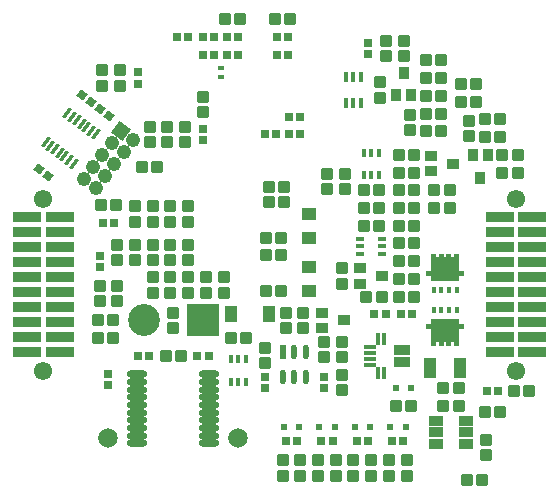
<source format=gbs>
G04*
G04 #@! TF.GenerationSoftware,Altium Limited,Altium Designer,24.4.1 (13)*
G04*
G04 Layer_Color=16711935*
%FSLAX44Y44*%
%MOMM*%
G71*
G04*
G04 #@! TF.SameCoordinates,740DF4E5-9B0E-41A3-91D6-8293D7FF8DF9*
G04*
G04*
G04 #@! TF.FilePolarity,Negative*
G04*
G01*
G75*
%ADD25R,0.7154X0.6725*%
%ADD26R,0.6725X0.7154*%
%ADD32R,1.2500X1.0000*%
%ADD34R,0.3500X0.5000*%
%ADD45R,1.0000X1.8000*%
G04:AMPARAMS|DCode=50|XSize=1.1mm|YSize=0.95mm|CornerRadius=0.175mm|HoleSize=0mm|Usage=FLASHONLY|Rotation=90.000|XOffset=0mm|YOffset=0mm|HoleType=Round|Shape=RoundedRectangle|*
%AMROUNDEDRECTD50*
21,1,1.1000,0.6000,0,0,90.0*
21,1,0.7500,0.9500,0,0,90.0*
1,1,0.3500,0.3000,0.3750*
1,1,0.3500,0.3000,-0.3750*
1,1,0.3500,-0.3000,-0.3750*
1,1,0.3500,-0.3000,0.3750*
%
%ADD50ROUNDEDRECTD50*%
%ADD52R,0.4500X1.0000*%
%ADD53R,1.0000X0.4500*%
G04:AMPARAMS|DCode=63|XSize=1.1mm|YSize=0.95mm|CornerRadius=0.175mm|HoleSize=0mm|Usage=FLASHONLY|Rotation=0.000|XOffset=0mm|YOffset=0mm|HoleType=Round|Shape=RoundedRectangle|*
%AMROUNDEDRECTD63*
21,1,1.1000,0.6000,0,0,0.0*
21,1,0.7500,0.9500,0,0,0.0*
1,1,0.3500,0.3750,-0.3000*
1,1,0.3500,-0.3750,-0.3000*
1,1,0.3500,-0.3750,0.3000*
1,1,0.3500,0.3750,0.3000*
%
%ADD63ROUNDEDRECTD63*%
%ADD68C,1.5500*%
%ADD69R,2.7000X2.7000*%
%ADD70C,2.7000*%
%ADD71C,1.6580*%
%ADD72C,1.2100*%
%ADD73P,1.7112X4X98.0*%
%ADD97R,0.4000X0.9000*%
G04:AMPARAMS|DCode=99|XSize=0.7154mm|YSize=0.6725mm|CornerRadius=0mm|HoleSize=0mm|Usage=FLASHONLY|Rotation=143.000|XOffset=0mm|YOffset=0mm|HoleType=Round|Shape=Rectangle|*
%AMROTATEDRECTD99*
4,1,4,0.4880,0.0533,0.0833,-0.4838,-0.4880,-0.0533,-0.0833,0.4838,0.4880,0.0533,0.0*
%
%ADD99ROTATEDRECTD99*%

G04:AMPARAMS|DCode=104|XSize=0.9779mm|YSize=0.3048mm|CornerRadius=0mm|HoleSize=0mm|Usage=FLASHONLY|Rotation=233.000|XOffset=0mm|YOffset=0mm|HoleType=Round|Shape=Rectangle|*
%AMROTATEDRECTD104*
4,1,4,0.1725,0.4822,0.4160,0.2988,-0.1725,-0.4822,-0.4160,-0.2988,0.1725,0.4822,0.0*
%
%ADD104ROTATEDRECTD104*%

%ADD105R,0.5000X0.4000*%
%ADD106R,0.4000X0.8000*%
%ADD107R,0.8000X0.4000*%
%ADD109R,0.5298X1.2052*%
G04:AMPARAMS|DCode=110|XSize=1.2052mm|YSize=0.5298mm|CornerRadius=0.2649mm|HoleSize=0mm|Usage=FLASHONLY|Rotation=270.000|XOffset=0mm|YOffset=0mm|HoleType=Round|Shape=RoundedRectangle|*
%AMROUNDEDRECTD110*
21,1,1.2052,0.0000,0,0,270.0*
21,1,0.6754,0.5298,0,0,270.0*
1,1,0.5298,0.0000,-0.3377*
1,1,0.5298,0.0000,0.3377*
1,1,0.5298,0.0000,0.3377*
1,1,0.5298,0.0000,-0.3377*
%
%ADD110ROUNDEDRECTD110*%
%ADD114R,0.6300X0.5500*%
%ADD115O,1.7500X0.6000*%
%ADD116R,0.8500X1.0500*%
%ADD117R,1.1500X0.8500*%
%ADD118R,1.0500X0.8500*%
%ADD119R,1.0600X1.3700*%
%ADD120R,2.3700X0.8900*%
%ADD121R,1.4500X0.9500*%
G36*
X152250Y-32750D02*
X156050D01*
Y-37050D01*
X152250D01*
Y-48400D01*
X151750D01*
Y-51400D01*
X147750D01*
Y-48400D01*
X145250D01*
Y-51400D01*
X141250D01*
Y-48400D01*
X138750D01*
Y-51400D01*
X134750D01*
Y-48400D01*
X132250D01*
Y-51400D01*
X128250D01*
Y-48400D01*
X127750D01*
Y-37050D01*
X123950D01*
Y-32750D01*
X127750D01*
Y-28600D01*
X152250D01*
Y-32750D01*
D02*
G37*
G36*
X151750Y23400D02*
X152250D01*
Y12050D01*
X156050D01*
Y7750D01*
X152250D01*
Y3600D01*
X127750D01*
Y7750D01*
X123950D01*
Y12050D01*
X127750D01*
Y23400D01*
X128250D01*
Y26400D01*
X132250D01*
Y23400D01*
X134750D01*
Y26400D01*
X138750D01*
Y23400D01*
X141250D01*
Y26400D01*
X145250D01*
Y23400D01*
X147750D01*
Y26400D01*
X151750D01*
Y23400D01*
D02*
G37*
D25*
X184786Y-90000D02*
D03*
X175214D02*
D03*
X104786Y-132500D02*
D03*
X95214D02*
D03*
X74786D02*
D03*
X65214D02*
D03*
X44786D02*
D03*
X35214D02*
D03*
X14786D02*
D03*
X5214D02*
D03*
X102714Y-25000D02*
D03*
X112286D02*
D03*
X-60214Y-60000D02*
D03*
X-69786D02*
D03*
X-119786D02*
D03*
X-110214D02*
D03*
X7286Y210000D02*
D03*
X-2286D02*
D03*
X-35214Y210000D02*
D03*
X-44786D02*
D03*
X-140214Y52500D02*
D03*
X-149786D02*
D03*
X7714Y142500D02*
D03*
X17286D02*
D03*
X7714Y127500D02*
D03*
X17286D02*
D03*
X-2714D02*
D03*
X-12286D02*
D03*
X-55214Y195000D02*
D03*
X-64786D02*
D03*
X-55214Y210000D02*
D03*
X-64786D02*
D03*
X-77714D02*
D03*
X-87286D02*
D03*
X7286Y195000D02*
D03*
X-2286D02*
D03*
X-44786D02*
D03*
X-35214D02*
D03*
X80214Y-25000D02*
D03*
X89786D02*
D03*
D26*
X-145000Y-84786D02*
D03*
Y-75214D02*
D03*
X-152500Y15214D02*
D03*
Y24786D02*
D03*
X-120000Y179786D02*
D03*
Y170214D02*
D03*
X75000Y204786D02*
D03*
Y195214D02*
D03*
X-65000Y122714D02*
D03*
Y132286D02*
D03*
X37500Y-77714D02*
D03*
Y-87286D02*
D03*
X-12500Y-77714D02*
D03*
Y-87286D02*
D03*
D32*
X25000Y-5000D02*
D03*
Y15000D02*
D03*
Y40000D02*
D03*
Y60000D02*
D03*
D34*
X130250Y-4100D02*
D03*
X136750D02*
D03*
X143250D02*
D03*
X149750D02*
D03*
Y-20900D02*
D03*
X143250D02*
D03*
X136750D02*
D03*
X130250D02*
D03*
D45*
X152500Y-70000D02*
D03*
X127500D02*
D03*
D50*
X9000Y225000D02*
D03*
X-4000D02*
D03*
X-33500D02*
D03*
X-46500D02*
D03*
X-9000Y70000D02*
D03*
X4000D02*
D03*
X4056Y82719D02*
D03*
X-8945D02*
D03*
X1500Y40000D02*
D03*
X-11500D02*
D03*
X173500Y-107500D02*
D03*
X186500D02*
D03*
X111500Y-102500D02*
D03*
X98500D02*
D03*
X136500Y145000D02*
D03*
X123500D02*
D03*
X173500Y125000D02*
D03*
X186500D02*
D03*
X173500Y140000D02*
D03*
X186500D02*
D03*
X188500Y95000D02*
D03*
X201500D02*
D03*
X188500Y110000D02*
D03*
X201500D02*
D03*
X-83500Y-60000D02*
D03*
X-96500D02*
D03*
X-116500Y100000D02*
D03*
X-103500D02*
D03*
X-138500Y67500D02*
D03*
X-151500D02*
D03*
X211500Y-90000D02*
D03*
X198500D02*
D03*
X158500Y-165000D02*
D03*
X171500D02*
D03*
X-141000Y-45000D02*
D03*
X-154000D02*
D03*
X-141000Y-30000D02*
D03*
X-154000D02*
D03*
X114000Y80000D02*
D03*
X101000D02*
D03*
X114000Y20000D02*
D03*
X101000D02*
D03*
X131000Y65000D02*
D03*
X144000D02*
D03*
X131000Y80000D02*
D03*
X144000D02*
D03*
X1500Y25000D02*
D03*
X-11500D02*
D03*
X136500Y160000D02*
D03*
X123500D02*
D03*
X123500Y175000D02*
D03*
X136500D02*
D03*
X123500Y190000D02*
D03*
X136500D02*
D03*
X166500Y170000D02*
D03*
X153500D02*
D03*
X166500Y155000D02*
D03*
X153500D02*
D03*
X136500Y130000D02*
D03*
X123500D02*
D03*
X114000Y5000D02*
D03*
X101000D02*
D03*
X73500Y-10000D02*
D03*
X86500D02*
D03*
X114000Y95000D02*
D03*
X101000D02*
D03*
X114000Y110000D02*
D03*
X101000D02*
D03*
X114000Y35000D02*
D03*
X101000D02*
D03*
X84000Y50000D02*
D03*
X71000D02*
D03*
X71000Y80000D02*
D03*
X84000D02*
D03*
X101000Y50000D02*
D03*
X114000D02*
D03*
X114000Y65000D02*
D03*
X101000D02*
D03*
X84000D02*
D03*
X71000D02*
D03*
X101000Y-10000D02*
D03*
X114000D02*
D03*
X138500Y-87500D02*
D03*
X151500D02*
D03*
X-28500Y-45000D02*
D03*
X-41500D02*
D03*
X151500Y-102500D02*
D03*
X138500D02*
D03*
X-11500Y-5000D02*
D03*
X1500D02*
D03*
D52*
X83520Y-45500D02*
D03*
X88520D02*
D03*
X83520Y-74500D02*
D03*
X88520D02*
D03*
D53*
X76520Y-67500D02*
D03*
Y-62500D02*
D03*
Y-57500D02*
D03*
Y-52500D02*
D03*
D63*
X2500Y-161500D02*
D03*
Y-148500D02*
D03*
X32500Y-161500D02*
D03*
Y-148500D02*
D03*
X107500Y-161500D02*
D03*
Y-148500D02*
D03*
X62500Y-148500D02*
D03*
Y-161500D02*
D03*
X77500Y-161500D02*
D03*
Y-148500D02*
D03*
X47500D02*
D03*
Y-161500D02*
D03*
X-107500Y66500D02*
D03*
Y53500D02*
D03*
X160000Y126000D02*
D03*
Y139000D02*
D03*
X52500Y-48500D02*
D03*
Y-61500D02*
D03*
X17500Y-161500D02*
D03*
Y-148500D02*
D03*
X92500Y-161500D02*
D03*
Y-148500D02*
D03*
X-92500Y-6500D02*
D03*
Y6500D02*
D03*
X-152500Y-14000D02*
D03*
Y-1000D02*
D03*
X-122500Y53500D02*
D03*
Y66500D02*
D03*
X-107500Y21000D02*
D03*
Y34000D02*
D03*
X-122500Y34000D02*
D03*
Y21000D02*
D03*
X-107500Y6500D02*
D03*
Y-6500D02*
D03*
X-92500Y21000D02*
D03*
Y34000D02*
D03*
X-137500Y-1000D02*
D03*
Y-14000D02*
D03*
Y34000D02*
D03*
Y21000D02*
D03*
X-80000Y121000D02*
D03*
Y134000D02*
D03*
X-92500Y53500D02*
D03*
Y66500D02*
D03*
X175000Y-131000D02*
D03*
Y-144000D02*
D03*
X-77500Y6500D02*
D03*
Y-6500D02*
D03*
Y34000D02*
D03*
Y21000D02*
D03*
X-62500Y-6500D02*
D03*
Y6500D02*
D03*
X-47500Y6500D02*
D03*
Y-6500D02*
D03*
X-110000Y121000D02*
D03*
Y134000D02*
D03*
X-65000Y159000D02*
D03*
Y146000D02*
D03*
X85000Y158500D02*
D03*
Y171500D02*
D03*
X-150000Y168500D02*
D03*
Y181500D02*
D03*
X-135000Y181500D02*
D03*
Y168500D02*
D03*
X90000Y206500D02*
D03*
Y193500D02*
D03*
X105000Y206500D02*
D03*
Y193500D02*
D03*
X-77500Y53500D02*
D03*
Y66500D02*
D03*
X-95000Y134000D02*
D03*
Y121000D02*
D03*
X110000Y144000D02*
D03*
Y131000D02*
D03*
X40000Y81000D02*
D03*
Y94000D02*
D03*
X55000Y81000D02*
D03*
Y94000D02*
D03*
X52500Y1000D02*
D03*
Y14000D02*
D03*
X5000Y-36500D02*
D03*
Y-23500D02*
D03*
X20000Y-23500D02*
D03*
Y-36500D02*
D03*
X37500Y-48500D02*
D03*
Y-61500D02*
D03*
X52500Y-89000D02*
D03*
Y-76000D02*
D03*
X-12500Y-66500D02*
D03*
Y-53500D02*
D03*
X-90000Y-23500D02*
D03*
Y-36500D02*
D03*
D68*
X200000Y-73050D02*
D03*
Y73050D02*
D03*
X-200000Y-73050D02*
D03*
Y73050D02*
D03*
X200000Y-73050D02*
D03*
Y73050D02*
D03*
X-200000Y-73050D02*
D03*
Y73050D02*
D03*
D69*
X-65000Y-30000D02*
D03*
D70*
X-115000D02*
D03*
D71*
X-145000Y-130000D02*
D03*
X-35000D02*
D03*
D72*
X-155143Y82072D02*
D03*
X-165286Y89715D02*
D03*
X-147500Y92214D02*
D03*
X-157643Y99857D02*
D03*
X-139857Y102357D02*
D03*
X-150000Y110000D02*
D03*
X-132214Y112500D02*
D03*
X-142357Y120143D02*
D03*
X-124571Y122642D02*
D03*
D73*
X-134714Y130285D02*
D03*
D97*
X69000Y176000D02*
D03*
X62500D02*
D03*
X56000D02*
D03*
Y154000D02*
D03*
X62500D02*
D03*
X69000D02*
D03*
D99*
X-196178Y92120D02*
D03*
X-203822Y97880D02*
D03*
X-151752Y148841D02*
D03*
X-144108Y143081D02*
D03*
X-160080Y155118D02*
D03*
X-167724Y160878D02*
D03*
D104*
X-179676Y145380D02*
D03*
X-175682Y142370D02*
D03*
X-171687Y139360D02*
D03*
X-167693Y136351D02*
D03*
X-163699Y133341D02*
D03*
X-159705Y130331D02*
D03*
X-155711Y127321D02*
D03*
X-174283Y102674D02*
D03*
X-178277Y105684D02*
D03*
X-182272Y108694D02*
D03*
X-186266Y111704D02*
D03*
X-190260Y114714D02*
D03*
X-194254Y117724D02*
D03*
X-198248Y120733D02*
D03*
D105*
X-50000Y176000D02*
D03*
Y184000D02*
D03*
D106*
X71000Y112000D02*
D03*
X77500D02*
D03*
X84000D02*
D03*
Y93000D02*
D03*
X77500D02*
D03*
X71000D02*
D03*
X-28500Y-63000D02*
D03*
X-35000D02*
D03*
X-41500D02*
D03*
Y-82000D02*
D03*
X-35000D02*
D03*
X-28500D02*
D03*
D107*
X68000Y26000D02*
D03*
Y32500D02*
D03*
Y39000D02*
D03*
X87000D02*
D03*
Y32500D02*
D03*
Y26000D02*
D03*
D109*
X3000Y-56995D02*
D03*
D110*
X12500D02*
D03*
X22000D02*
D03*
Y-78005D02*
D03*
X12500D02*
D03*
X3000D02*
D03*
D114*
X16600Y-120000D02*
D03*
X3400D02*
D03*
X46600D02*
D03*
X33400D02*
D03*
X76600D02*
D03*
X63400D02*
D03*
X106600D02*
D03*
X93400D02*
D03*
X111600Y-87500D02*
D03*
X98400D02*
D03*
D115*
X-120500Y-134250D02*
D03*
Y-127750D02*
D03*
Y-121250D02*
D03*
Y-114750D02*
D03*
Y-108250D02*
D03*
Y-101750D02*
D03*
Y-95250D02*
D03*
Y-88750D02*
D03*
Y-82250D02*
D03*
Y-75750D02*
D03*
X-59500Y-134250D02*
D03*
Y-127750D02*
D03*
Y-121250D02*
D03*
Y-114750D02*
D03*
Y-108250D02*
D03*
Y-101750D02*
D03*
Y-95250D02*
D03*
Y-88750D02*
D03*
Y-82250D02*
D03*
Y-75750D02*
D03*
D116*
X163500Y109500D02*
D03*
X176500D02*
D03*
X170000Y90500D02*
D03*
X105000Y179500D02*
D03*
X98500Y160500D02*
D03*
X111500D02*
D03*
D117*
X132000Y-115500D02*
D03*
Y-125000D02*
D03*
Y-134500D02*
D03*
X158000D02*
D03*
Y-125000D02*
D03*
Y-115500D02*
D03*
D118*
X87000Y7500D02*
D03*
X68000Y14000D02*
D03*
Y1000D02*
D03*
X128000Y96000D02*
D03*
Y109000D02*
D03*
X147000Y102500D02*
D03*
X35500Y-36500D02*
D03*
Y-23500D02*
D03*
X54500Y-30000D02*
D03*
D119*
X-8650Y-25000D02*
D03*
X-41350D02*
D03*
D120*
X213650Y-57150D02*
D03*
Y-44450D02*
D03*
Y-31750D02*
D03*
Y-19050D02*
D03*
Y-6350D02*
D03*
Y6350D02*
D03*
Y19050D02*
D03*
Y31750D02*
D03*
Y44450D02*
D03*
Y57150D02*
D03*
X186350Y-57150D02*
D03*
Y-44450D02*
D03*
Y-31750D02*
D03*
Y-19050D02*
D03*
Y-6350D02*
D03*
Y6350D02*
D03*
Y19050D02*
D03*
Y31750D02*
D03*
Y44450D02*
D03*
Y57150D02*
D03*
X-186350Y-57150D02*
D03*
Y-44450D02*
D03*
Y-31750D02*
D03*
Y-19050D02*
D03*
Y-6350D02*
D03*
Y6350D02*
D03*
Y19050D02*
D03*
Y31750D02*
D03*
Y44450D02*
D03*
Y57150D02*
D03*
X-213650Y-57150D02*
D03*
Y-44450D02*
D03*
Y-31750D02*
D03*
Y-19050D02*
D03*
Y-6350D02*
D03*
Y6350D02*
D03*
Y19050D02*
D03*
Y31750D02*
D03*
Y44450D02*
D03*
Y57150D02*
D03*
D121*
X103520Y-65000D02*
D03*
Y-55000D02*
D03*
M02*

</source>
